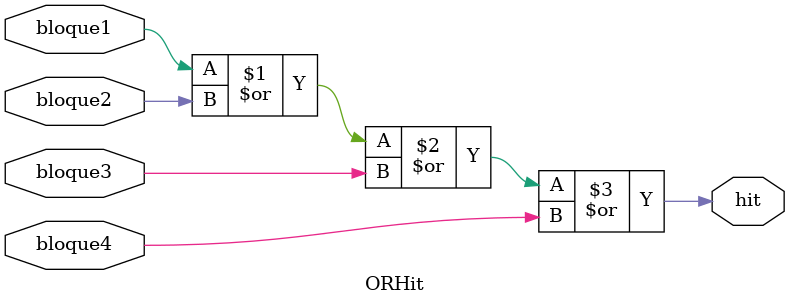
<source format=sv>
module ORHit(
    input logic bloque1,bloque2,bloque3,bloque4,
    output logic hit
    );
    
    assign hit = bloque1 | bloque2 | bloque3 | bloque4;
endmodule
</source>
